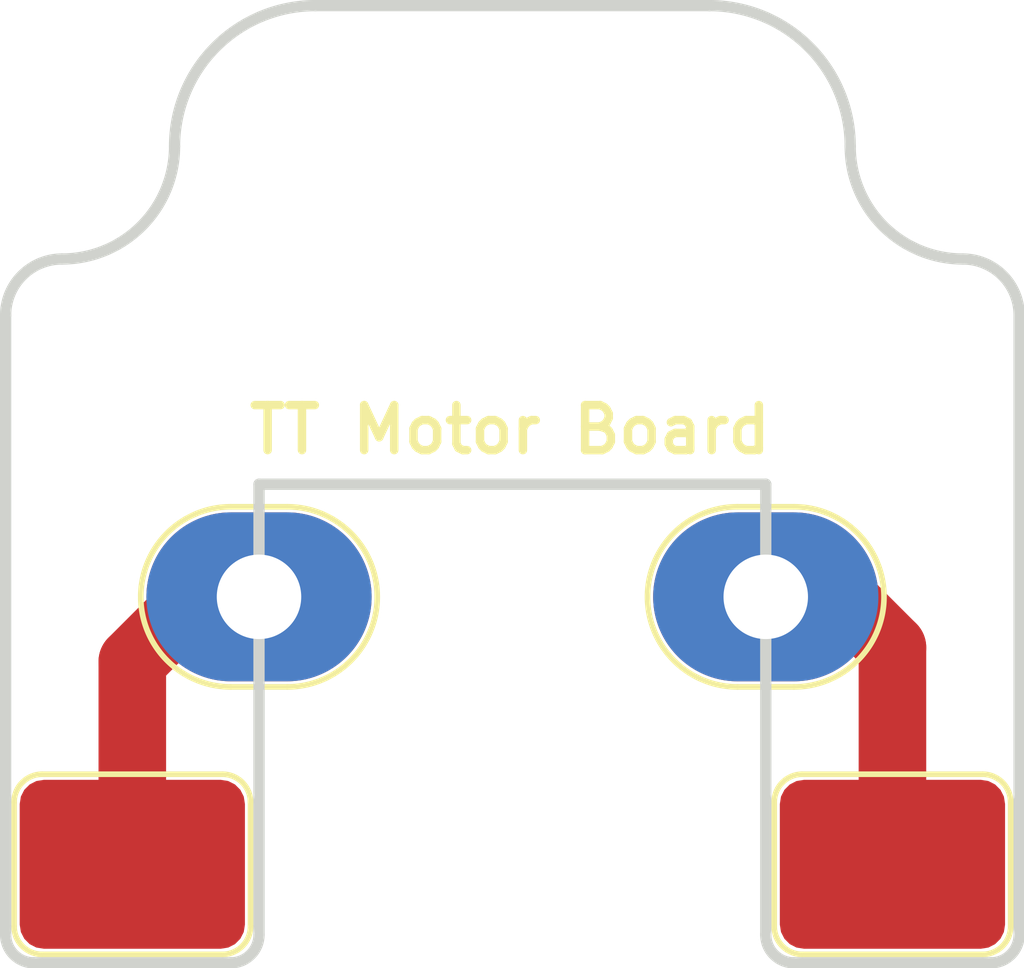
<source format=kicad_pcb>
(kicad_pcb (version 20240108) (generator "pcbnew") (generator_version "8.0")
  (layers (0 "F.Cu" signal) (31 "B.Cu" signal) (34 "B.Paste" user) (35 "F.Paste" user) (36 "B.SilkS" user "B.Silkscreen") (37 "F.SilkS" user "F.Silkscreen") (38 "B.Mask" user) (39 "F.Mask" user) (44 "Edge.Cuts" user))
  (net 0 "")
  (net 1 "Net-(J1-Pin_1)")
  (net 2 "Net-(J2-Pin_1)")
  (footprint "TT_Motor:MotorConnection_THTPad_D3.0mm_Drill1.5mm" (layer "F.Cu") (at 129 96.75 180)
    (property "Reference" "J4" (hide yes))
    (property "Value" "CastPad" (hide yes))
    (fp_line (start 0 1.6) (end 0.5 1.6) (stroke (width 0.1)) (layer "F.SilkS"))
    (fp_line (start 0 1.6) (end -0.5 1.6) (stroke (width 0.1)) (layer "F.SilkS"))
    (fp_line (start -0.5 -1.6) (end 0.5 -1.6) (stroke (width 0.1)) (layer "F.SilkS"))
    (fp_arc (start 0.5 -1.6) (mid 2.1 0) (end 0.5 1.6) (stroke (width 0.1)) (layer "F.SilkS"))
    (fp_arc (start -0.5 1.6) (mid -2.1 0) (end -0.5 -1.6) (stroke (width 0.1)) (layer "F.SilkS"))
    (pad "1" thru_hole oval (at 0 0 180) (size 4 3) (drill 1.5) (layers "*.Cu" "*.Mask") (net 2 "Net-(J2-Pin_1)"))
  )
  (footprint "TT_Motor:Motor_Pad_3.5x3.5mm" (layer "F.Cu") (at 117.75 101.5 180)
    (property "Reference" "J1" (hide yes))
    (property "Value" "Pad" (hide yes))
    (fp_line (start 2.1 -1.1) (end 2.1 1.1) (stroke (width 0.1)) (layer "F.SilkS"))
    (fp_line (start 1.6 1.6) (end -1.6 1.6) (stroke (width 0.1)) (layer "F.SilkS"))
    (fp_line (start -1.6 -1.6) (end 1.6 -1.6) (stroke (width 0.1)) (layer "F.SilkS"))
    (fp_line (start -2.1 1.146447) (end -2.1 -1.1) (stroke (width 0.1)) (layer "F.SilkS"))
    (fp_arc (start 2.1 1.1) (mid 1.953553 1.453553) (end 1.6 1.6) (stroke (width 0.1)) (layer "F.SilkS"))
    (fp_arc (start 1.6 -1.6) (mid 1.953553 -1.453553) (end 2.1 -1.1) (stroke (width 0.1)) (layer "F.SilkS"))
    (fp_arc (start -1.6 1.6) (mid -1.953553 1.453553) (end -2.1 1.1) (stroke (width 0.1)) (layer "F.SilkS"))
    (fp_arc (start -2.1 -1.1) (mid -1.953553 -1.453553) (end -1.6 -1.6) (stroke (width 0.1)) (layer "F.SilkS"))
    (pad "1" smd roundrect (at 0 0 180) (size 4 3) (layers "F.Cu" "F.Mask") (roundrect_rratio 0.1428571429) (net 1 "Net-(J1-Pin_1)"))
  )
  (footprint "TT_Motor:MotorConnection_THTPad_D3.0mm_Drill1.5mm" (layer "F.Cu") (at 120 96.749998 180)
    (property "Reference" "J3" (hide yes))
    (property "Value" "CastPad" (hide yes))
    (fp_line (start 0 1.6) (end 0.5 1.6) (stroke (width 0.1)) (layer "F.SilkS"))
    (fp_line (start 0 1.6) (end -0.5 1.6) (stroke (width 0.1)) (layer "F.SilkS"))
    (fp_line (start -0.5 -1.6) (end 0.5 -1.6) (stroke (width 0.1)) (layer "F.SilkS"))
    (fp_arc (start 0.5 -1.6) (mid 2.1 0) (end 0.5 1.6) (stroke (width 0.1)) (layer "F.SilkS"))
    (fp_arc (start -0.5 1.6) (mid -2.1 0) (end -0.5 -1.6) (stroke (width 0.1)) (layer "F.SilkS"))
    (pad "1" thru_hole oval (at 0 0 180) (size 4 3) (drill 1.5) (layers "*.Cu" "*.Mask") (net 1 "Net-(J1-Pin_1)"))
  )
  (footprint "TT_Motor:Motor_Pad_3.5x3.5mm" (layer "F.Cu") (at 131.25 101.5 180)
    (property "Reference" "J2" (hide yes))
    (property "Value" "Pad" (hide yes))
    (fp_line (start 2.1 -1.1) (end 2.1 1.1) (stroke (width 0.1)) (layer "F.SilkS"))
    (fp_line (start 1.6 1.6) (end -1.6 1.6) (stroke (width 0.1)) (layer "F.SilkS"))
    (fp_line (start -1.6 -1.6) (end 1.6 -1.6) (stroke (width 0.1)) (layer "F.SilkS"))
    (fp_line (start -2.1 1.146447) (end -2.1 -1.1) (stroke (width 0.1)) (layer "F.SilkS"))
    (fp_arc (start 2.1 1.1) (mid 1.953553 1.453553) (end 1.6 1.6) (stroke (width 0.1)) (layer "F.SilkS"))
    (fp_arc (start 1.6 -1.6) (mid 1.953553 -1.453553) (end 2.1 -1.1) (stroke (width 0.1)) (layer "F.SilkS"))
    (fp_arc (start -1.6 1.6) (mid -1.953553 1.453553) (end -2.1 1.1) (stroke (width 0.1)) (layer "F.SilkS"))
    (fp_arc (start -2.1 -1.1) (mid -1.953553 -1.453553) (end -1.6 -1.6) (stroke (width 0.1)) (layer "F.SilkS"))
    (pad "1" smd roundrect (at 0 0 180) (size 4 3) (layers "F.Cu" "F.Mask") (roundrect_rratio 0.1428571429) (net 2 "Net-(J2-Pin_1)"))
  )
  (gr_line (start 120 94.749999) (end 129 94.749999) (stroke (width 0.2)) (layer "Edge.Cuts"))
  (gr_line (start 115.5 91.749999) (end 115.5 102.749999) (stroke (width 0.2)) (layer "Edge.Cuts"))
  (gr_line (start 133.5 102.749998) (end 133.5 91.749997) (stroke (width 0.2)) (layer "Edge.Cuts"))
  (gr_arc (start 120 102.749999) (mid 119.853553 103.103552) (end 119.5 103.249999) (stroke (width 0.2)) (layer "Edge.Cuts"))
  (gr_arc (start 116 103.249999) (mid 115.646447 103.103552) (end 115.5 102.749999) (stroke (width 0.2)) (layer "Edge.Cuts"))
  (gr_arc (start 115.5 91.749999) (mid 115.792893 91.042892) (end 116.5 90.749999) (stroke (width 0.2)) (layer "Edge.Cuts"))
  (gr_arc (start 132.5 90.749999) (mid 131.085786 90.164213) (end 130.5 88.749999) (stroke (width 0.2)) (layer "Edge.Cuts"))
  (gr_arc (start 127.999999 86.249999) (mid 129.767767 86.982232) (end 130.5 88.749999) (stroke (width 0.2)) (layer "Edge.Cuts"))
  (gr_arc (start 133.5 102.749998) (mid 133.353553 103.103552) (end 132.999999 103.249999) (stroke (width 0.2)) (layer "Edge.Cuts"))
  (gr_line (start 129.500001 103.249999) (end 132.999999 103.249999) (stroke (width 0.2)) (layer "Edge.Cuts"))
  (gr_line (start 116 103.249999) (end 119.5 103.249999) (stroke (width 0.2)) (layer "Edge.Cuts"))
  (gr_arc (start 118.5 88.749999) (mid 117.914214 90.164213) (end 116.5 90.749999) (stroke (width 0.2)) (layer "Edge.Cuts"))
  (gr_arc (start 129.500001 103.249999) (mid 129.146447 103.103552) (end 129 102.749998) (stroke (width 0.2)) (layer "Edge.Cuts"))
  (gr_arc (start 118.5 88.749999) (mid 119.232233 86.982232) (end 121 86.249999) (stroke (width 0.2)) (layer "Edge.Cuts"))
  (gr_arc (start 132.5 90.749999) (mid 133.207106 91.042891) (end 133.5 91.749997) (stroke (width 0.2)) (layer "Edge.Cuts"))
  (gr_line (start 129 94.749999) (end 129 102.749998) (stroke (width 0.2)) (layer "Edge.Cuts"))
  (gr_line (start 120 102.749999) (end 120 94.749999) (stroke (width 0.2)) (layer "Edge.Cuts"))
  (gr_line (start 127.999999 86.249999) (end 121 86.249999) (stroke (width 0.2)) (layer "Edge.Cuts"))
  (gr_text "TT Motor Board" (at 119.75 94.25 0) (layer "F.SilkS") (effects (font (size 0.8 0.8)) (justify left bottom)))
  (segment (start 117.75 97.899998) (end 118.9 96.749998) (width 1.2) (layer "F.Cu") (net 1))
  (segment (start 117.75 101.249998) (end 117.75 97.899998) (width 1.2) (layer "F.Cu") (net 1))
  (segment (start 131.25 97.649998) (end 130.1 96.499998) (width 1.2) (layer "F.Cu") (net 2))
  (segment (start 131.25 100.999998) (end 131.25 97.649998) (width 1.2) (layer "F.Cu") (net 2))
)
</source>
